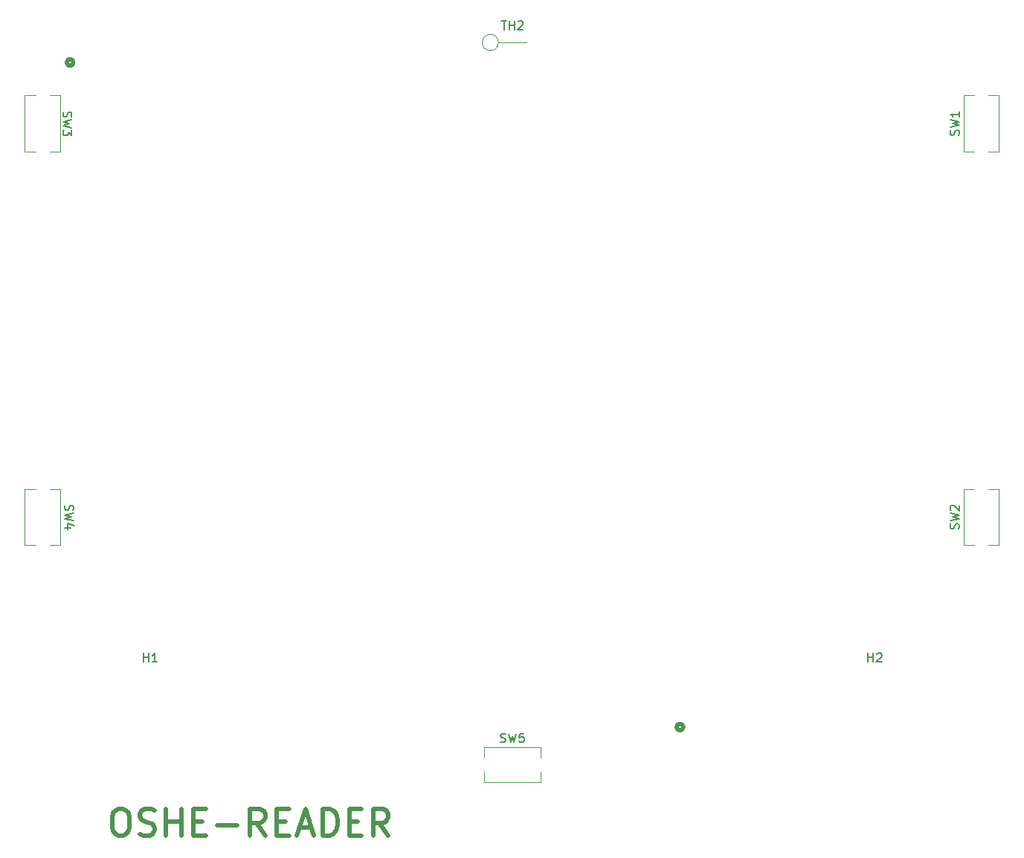
<source format=gbr>
%TF.GenerationSoftware,KiCad,Pcbnew,9.0.7*%
%TF.CreationDate,2026-02-12T15:19:17-05:00*%
%TF.ProjectId,OSHE-Reader-PCB,4f534845-2d52-4656-9164-65722d504342,rev?*%
%TF.SameCoordinates,Original*%
%TF.FileFunction,Legend,Top*%
%TF.FilePolarity,Positive*%
%FSLAX46Y46*%
G04 Gerber Fmt 4.6, Leading zero omitted, Abs format (unit mm)*
G04 Created by KiCad (PCBNEW 9.0.7) date 2026-02-12 15:19:17*
%MOMM*%
%LPD*%
G01*
G04 APERTURE LIST*
%ADD10C,0.500000*%
%ADD11C,0.150000*%
%ADD12C,0.120000*%
%ADD13C,0.508000*%
G04 APERTURE END LIST*
D10*
X45139661Y-173056857D02*
X45711089Y-173056857D01*
X45711089Y-173056857D02*
X45996804Y-173199714D01*
X45996804Y-173199714D02*
X46282518Y-173485428D01*
X46282518Y-173485428D02*
X46425375Y-174056857D01*
X46425375Y-174056857D02*
X46425375Y-175056857D01*
X46425375Y-175056857D02*
X46282518Y-175628285D01*
X46282518Y-175628285D02*
X45996804Y-175914000D01*
X45996804Y-175914000D02*
X45711089Y-176056857D01*
X45711089Y-176056857D02*
X45139661Y-176056857D01*
X45139661Y-176056857D02*
X44853947Y-175914000D01*
X44853947Y-175914000D02*
X44568232Y-175628285D01*
X44568232Y-175628285D02*
X44425375Y-175056857D01*
X44425375Y-175056857D02*
X44425375Y-174056857D01*
X44425375Y-174056857D02*
X44568232Y-173485428D01*
X44568232Y-173485428D02*
X44853947Y-173199714D01*
X44853947Y-173199714D02*
X45139661Y-173056857D01*
X47568232Y-175914000D02*
X47996804Y-176056857D01*
X47996804Y-176056857D02*
X48711089Y-176056857D01*
X48711089Y-176056857D02*
X48996804Y-175914000D01*
X48996804Y-175914000D02*
X49139661Y-175771142D01*
X49139661Y-175771142D02*
X49282518Y-175485428D01*
X49282518Y-175485428D02*
X49282518Y-175199714D01*
X49282518Y-175199714D02*
X49139661Y-174914000D01*
X49139661Y-174914000D02*
X48996804Y-174771142D01*
X48996804Y-174771142D02*
X48711089Y-174628285D01*
X48711089Y-174628285D02*
X48139661Y-174485428D01*
X48139661Y-174485428D02*
X47853946Y-174342571D01*
X47853946Y-174342571D02*
X47711089Y-174199714D01*
X47711089Y-174199714D02*
X47568232Y-173914000D01*
X47568232Y-173914000D02*
X47568232Y-173628285D01*
X47568232Y-173628285D02*
X47711089Y-173342571D01*
X47711089Y-173342571D02*
X47853946Y-173199714D01*
X47853946Y-173199714D02*
X48139661Y-173056857D01*
X48139661Y-173056857D02*
X48853946Y-173056857D01*
X48853946Y-173056857D02*
X49282518Y-173199714D01*
X50568232Y-176056857D02*
X50568232Y-173056857D01*
X50568232Y-174485428D02*
X52282518Y-174485428D01*
X52282518Y-176056857D02*
X52282518Y-173056857D01*
X53711089Y-174485428D02*
X54711089Y-174485428D01*
X55139661Y-176056857D02*
X53711089Y-176056857D01*
X53711089Y-176056857D02*
X53711089Y-173056857D01*
X53711089Y-173056857D02*
X55139661Y-173056857D01*
X56425375Y-174914000D02*
X58711090Y-174914000D01*
X61853947Y-176056857D02*
X60853947Y-174628285D01*
X60139661Y-176056857D02*
X60139661Y-173056857D01*
X60139661Y-173056857D02*
X61282518Y-173056857D01*
X61282518Y-173056857D02*
X61568233Y-173199714D01*
X61568233Y-173199714D02*
X61711090Y-173342571D01*
X61711090Y-173342571D02*
X61853947Y-173628285D01*
X61853947Y-173628285D02*
X61853947Y-174056857D01*
X61853947Y-174056857D02*
X61711090Y-174342571D01*
X61711090Y-174342571D02*
X61568233Y-174485428D01*
X61568233Y-174485428D02*
X61282518Y-174628285D01*
X61282518Y-174628285D02*
X60139661Y-174628285D01*
X63139661Y-174485428D02*
X64139661Y-174485428D01*
X64568233Y-176056857D02*
X63139661Y-176056857D01*
X63139661Y-176056857D02*
X63139661Y-173056857D01*
X63139661Y-173056857D02*
X64568233Y-173056857D01*
X65711090Y-175199714D02*
X67139662Y-175199714D01*
X65425376Y-176056857D02*
X66425376Y-173056857D01*
X66425376Y-173056857D02*
X67425376Y-176056857D01*
X68425376Y-176056857D02*
X68425376Y-173056857D01*
X68425376Y-173056857D02*
X69139662Y-173056857D01*
X69139662Y-173056857D02*
X69568233Y-173199714D01*
X69568233Y-173199714D02*
X69853948Y-173485428D01*
X69853948Y-173485428D02*
X69996805Y-173771142D01*
X69996805Y-173771142D02*
X70139662Y-174342571D01*
X70139662Y-174342571D02*
X70139662Y-174771142D01*
X70139662Y-174771142D02*
X69996805Y-175342571D01*
X69996805Y-175342571D02*
X69853948Y-175628285D01*
X69853948Y-175628285D02*
X69568233Y-175914000D01*
X69568233Y-175914000D02*
X69139662Y-176056857D01*
X69139662Y-176056857D02*
X68425376Y-176056857D01*
X71425376Y-174485428D02*
X72425376Y-174485428D01*
X72853948Y-176056857D02*
X71425376Y-176056857D01*
X71425376Y-176056857D02*
X71425376Y-173056857D01*
X71425376Y-173056857D02*
X72853948Y-173056857D01*
X75853948Y-176056857D02*
X74853948Y-174628285D01*
X74139662Y-176056857D02*
X74139662Y-173056857D01*
X74139662Y-173056857D02*
X75282519Y-173056857D01*
X75282519Y-173056857D02*
X75568234Y-173199714D01*
X75568234Y-173199714D02*
X75711091Y-173342571D01*
X75711091Y-173342571D02*
X75853948Y-173628285D01*
X75853948Y-173628285D02*
X75853948Y-174056857D01*
X75853948Y-174056857D02*
X75711091Y-174342571D01*
X75711091Y-174342571D02*
X75568234Y-174485428D01*
X75568234Y-174485428D02*
X75282519Y-174628285D01*
X75282519Y-174628285D02*
X74139662Y-174628285D01*
D11*
X130488095Y-156304819D02*
X130488095Y-155304819D01*
X130488095Y-155781009D02*
X131059523Y-155781009D01*
X131059523Y-156304819D02*
X131059523Y-155304819D01*
X131488095Y-155400057D02*
X131535714Y-155352438D01*
X131535714Y-155352438D02*
X131630952Y-155304819D01*
X131630952Y-155304819D02*
X131869047Y-155304819D01*
X131869047Y-155304819D02*
X131964285Y-155352438D01*
X131964285Y-155352438D02*
X132011904Y-155400057D01*
X132011904Y-155400057D02*
X132059523Y-155495295D01*
X132059523Y-155495295D02*
X132059523Y-155590533D01*
X132059523Y-155590533D02*
X132011904Y-155733390D01*
X132011904Y-155733390D02*
X131440476Y-156304819D01*
X131440476Y-156304819D02*
X132059523Y-156304819D01*
X140807331Y-141134032D02*
X140854950Y-140991175D01*
X140854950Y-140991175D02*
X140854950Y-140753080D01*
X140854950Y-140753080D02*
X140807331Y-140657842D01*
X140807331Y-140657842D02*
X140759711Y-140610223D01*
X140759711Y-140610223D02*
X140664473Y-140562604D01*
X140664473Y-140562604D02*
X140569235Y-140562604D01*
X140569235Y-140562604D02*
X140473997Y-140610223D01*
X140473997Y-140610223D02*
X140426378Y-140657842D01*
X140426378Y-140657842D02*
X140378759Y-140753080D01*
X140378759Y-140753080D02*
X140331140Y-140943556D01*
X140331140Y-140943556D02*
X140283521Y-141038794D01*
X140283521Y-141038794D02*
X140235902Y-141086413D01*
X140235902Y-141086413D02*
X140140664Y-141134032D01*
X140140664Y-141134032D02*
X140045426Y-141134032D01*
X140045426Y-141134032D02*
X139950188Y-141086413D01*
X139950188Y-141086413D02*
X139902569Y-141038794D01*
X139902569Y-141038794D02*
X139854950Y-140943556D01*
X139854950Y-140943556D02*
X139854950Y-140705461D01*
X139854950Y-140705461D02*
X139902569Y-140562604D01*
X139854950Y-140229270D02*
X140854950Y-139991175D01*
X140854950Y-139991175D02*
X140140664Y-139800699D01*
X140140664Y-139800699D02*
X140854950Y-139610223D01*
X140854950Y-139610223D02*
X139854950Y-139372128D01*
X139950188Y-139038794D02*
X139902569Y-138991175D01*
X139902569Y-138991175D02*
X139854950Y-138895937D01*
X139854950Y-138895937D02*
X139854950Y-138657842D01*
X139854950Y-138657842D02*
X139902569Y-138562604D01*
X139902569Y-138562604D02*
X139950188Y-138514985D01*
X139950188Y-138514985D02*
X140045426Y-138467366D01*
X140045426Y-138467366D02*
X140140664Y-138467366D01*
X140140664Y-138467366D02*
X140283521Y-138514985D01*
X140283521Y-138514985D02*
X140854950Y-139086413D01*
X140854950Y-139086413D02*
X140854950Y-138467366D01*
X88666667Y-165407200D02*
X88809524Y-165454819D01*
X88809524Y-165454819D02*
X89047619Y-165454819D01*
X89047619Y-165454819D02*
X89142857Y-165407200D01*
X89142857Y-165407200D02*
X89190476Y-165359580D01*
X89190476Y-165359580D02*
X89238095Y-165264342D01*
X89238095Y-165264342D02*
X89238095Y-165169104D01*
X89238095Y-165169104D02*
X89190476Y-165073866D01*
X89190476Y-165073866D02*
X89142857Y-165026247D01*
X89142857Y-165026247D02*
X89047619Y-164978628D01*
X89047619Y-164978628D02*
X88857143Y-164931009D01*
X88857143Y-164931009D02*
X88761905Y-164883390D01*
X88761905Y-164883390D02*
X88714286Y-164835771D01*
X88714286Y-164835771D02*
X88666667Y-164740533D01*
X88666667Y-164740533D02*
X88666667Y-164645295D01*
X88666667Y-164645295D02*
X88714286Y-164550057D01*
X88714286Y-164550057D02*
X88761905Y-164502438D01*
X88761905Y-164502438D02*
X88857143Y-164454819D01*
X88857143Y-164454819D02*
X89095238Y-164454819D01*
X89095238Y-164454819D02*
X89238095Y-164502438D01*
X89571429Y-164454819D02*
X89809524Y-165454819D01*
X89809524Y-165454819D02*
X90000000Y-164740533D01*
X90000000Y-164740533D02*
X90190476Y-165454819D01*
X90190476Y-165454819D02*
X90428572Y-164454819D01*
X91285714Y-164454819D02*
X90809524Y-164454819D01*
X90809524Y-164454819D02*
X90761905Y-164931009D01*
X90761905Y-164931009D02*
X90809524Y-164883390D01*
X90809524Y-164883390D02*
X90904762Y-164835771D01*
X90904762Y-164835771D02*
X91142857Y-164835771D01*
X91142857Y-164835771D02*
X91238095Y-164883390D01*
X91238095Y-164883390D02*
X91285714Y-164931009D01*
X91285714Y-164931009D02*
X91333333Y-165026247D01*
X91333333Y-165026247D02*
X91333333Y-165264342D01*
X91333333Y-165264342D02*
X91285714Y-165359580D01*
X91285714Y-165359580D02*
X91238095Y-165407200D01*
X91238095Y-165407200D02*
X91142857Y-165454819D01*
X91142857Y-165454819D02*
X90904762Y-165454819D01*
X90904762Y-165454819D02*
X90809524Y-165407200D01*
X90809524Y-165407200D02*
X90761905Y-165359580D01*
X88744286Y-83310619D02*
X89315714Y-83310619D01*
X89030000Y-84310619D02*
X89030000Y-83310619D01*
X89649048Y-84310619D02*
X89649048Y-83310619D01*
X89649048Y-83786809D02*
X90220476Y-83786809D01*
X90220476Y-84310619D02*
X90220476Y-83310619D01*
X90649048Y-83405857D02*
X90696667Y-83358238D01*
X90696667Y-83358238D02*
X90791905Y-83310619D01*
X90791905Y-83310619D02*
X91030000Y-83310619D01*
X91030000Y-83310619D02*
X91125238Y-83358238D01*
X91125238Y-83358238D02*
X91172857Y-83405857D01*
X91172857Y-83405857D02*
X91220476Y-83501095D01*
X91220476Y-83501095D02*
X91220476Y-83596333D01*
X91220476Y-83596333D02*
X91172857Y-83739190D01*
X91172857Y-83739190D02*
X90601429Y-84310619D01*
X90601429Y-84310619D02*
X91220476Y-84310619D01*
X38867800Y-93691667D02*
X38820180Y-93834524D01*
X38820180Y-93834524D02*
X38820180Y-94072619D01*
X38820180Y-94072619D02*
X38867800Y-94167857D01*
X38867800Y-94167857D02*
X38915419Y-94215476D01*
X38915419Y-94215476D02*
X39010657Y-94263095D01*
X39010657Y-94263095D02*
X39105895Y-94263095D01*
X39105895Y-94263095D02*
X39201133Y-94215476D01*
X39201133Y-94215476D02*
X39248752Y-94167857D01*
X39248752Y-94167857D02*
X39296371Y-94072619D01*
X39296371Y-94072619D02*
X39343990Y-93882143D01*
X39343990Y-93882143D02*
X39391609Y-93786905D01*
X39391609Y-93786905D02*
X39439228Y-93739286D01*
X39439228Y-93739286D02*
X39534466Y-93691667D01*
X39534466Y-93691667D02*
X39629704Y-93691667D01*
X39629704Y-93691667D02*
X39724942Y-93739286D01*
X39724942Y-93739286D02*
X39772561Y-93786905D01*
X39772561Y-93786905D02*
X39820180Y-93882143D01*
X39820180Y-93882143D02*
X39820180Y-94120238D01*
X39820180Y-94120238D02*
X39772561Y-94263095D01*
X39820180Y-94596429D02*
X38820180Y-94834524D01*
X38820180Y-94834524D02*
X39534466Y-95025000D01*
X39534466Y-95025000D02*
X38820180Y-95215476D01*
X38820180Y-95215476D02*
X39820180Y-95453572D01*
X39820180Y-95739286D02*
X39820180Y-96358333D01*
X39820180Y-96358333D02*
X39439228Y-96025000D01*
X39439228Y-96025000D02*
X39439228Y-96167857D01*
X39439228Y-96167857D02*
X39391609Y-96263095D01*
X39391609Y-96263095D02*
X39343990Y-96310714D01*
X39343990Y-96310714D02*
X39248752Y-96358333D01*
X39248752Y-96358333D02*
X39010657Y-96358333D01*
X39010657Y-96358333D02*
X38915419Y-96310714D01*
X38915419Y-96310714D02*
X38867800Y-96263095D01*
X38867800Y-96263095D02*
X38820180Y-96167857D01*
X38820180Y-96167857D02*
X38820180Y-95882143D01*
X38820180Y-95882143D02*
X38867800Y-95786905D01*
X38867800Y-95786905D02*
X38915419Y-95739286D01*
X140807200Y-96333333D02*
X140854819Y-96190476D01*
X140854819Y-96190476D02*
X140854819Y-95952381D01*
X140854819Y-95952381D02*
X140807200Y-95857143D01*
X140807200Y-95857143D02*
X140759580Y-95809524D01*
X140759580Y-95809524D02*
X140664342Y-95761905D01*
X140664342Y-95761905D02*
X140569104Y-95761905D01*
X140569104Y-95761905D02*
X140473866Y-95809524D01*
X140473866Y-95809524D02*
X140426247Y-95857143D01*
X140426247Y-95857143D02*
X140378628Y-95952381D01*
X140378628Y-95952381D02*
X140331009Y-96142857D01*
X140331009Y-96142857D02*
X140283390Y-96238095D01*
X140283390Y-96238095D02*
X140235771Y-96285714D01*
X140235771Y-96285714D02*
X140140533Y-96333333D01*
X140140533Y-96333333D02*
X140045295Y-96333333D01*
X140045295Y-96333333D02*
X139950057Y-96285714D01*
X139950057Y-96285714D02*
X139902438Y-96238095D01*
X139902438Y-96238095D02*
X139854819Y-96142857D01*
X139854819Y-96142857D02*
X139854819Y-95904762D01*
X139854819Y-95904762D02*
X139902438Y-95761905D01*
X139854819Y-95428571D02*
X140854819Y-95190476D01*
X140854819Y-95190476D02*
X140140533Y-95000000D01*
X140140533Y-95000000D02*
X140854819Y-94809524D01*
X140854819Y-94809524D02*
X139854819Y-94571429D01*
X140854819Y-93666667D02*
X140854819Y-94238095D01*
X140854819Y-93952381D02*
X139854819Y-93952381D01*
X139854819Y-93952381D02*
X139997676Y-94047619D01*
X139997676Y-94047619D02*
X140092914Y-94142857D01*
X140092914Y-94142857D02*
X140140533Y-94238095D01*
X39092800Y-138467369D02*
X39045180Y-138610226D01*
X39045180Y-138610226D02*
X39045180Y-138848321D01*
X39045180Y-138848321D02*
X39092800Y-138943559D01*
X39092800Y-138943559D02*
X39140419Y-138991178D01*
X39140419Y-138991178D02*
X39235657Y-139038797D01*
X39235657Y-139038797D02*
X39330895Y-139038797D01*
X39330895Y-139038797D02*
X39426133Y-138991178D01*
X39426133Y-138991178D02*
X39473752Y-138943559D01*
X39473752Y-138943559D02*
X39521371Y-138848321D01*
X39521371Y-138848321D02*
X39568990Y-138657845D01*
X39568990Y-138657845D02*
X39616609Y-138562607D01*
X39616609Y-138562607D02*
X39664228Y-138514988D01*
X39664228Y-138514988D02*
X39759466Y-138467369D01*
X39759466Y-138467369D02*
X39854704Y-138467369D01*
X39854704Y-138467369D02*
X39949942Y-138514988D01*
X39949942Y-138514988D02*
X39997561Y-138562607D01*
X39997561Y-138562607D02*
X40045180Y-138657845D01*
X40045180Y-138657845D02*
X40045180Y-138895940D01*
X40045180Y-138895940D02*
X39997561Y-139038797D01*
X40045180Y-139372131D02*
X39045180Y-139610226D01*
X39045180Y-139610226D02*
X39759466Y-139800702D01*
X39759466Y-139800702D02*
X39045180Y-139991178D01*
X39045180Y-139991178D02*
X40045180Y-140229274D01*
X39711847Y-141038797D02*
X39045180Y-141038797D01*
X40092800Y-140800702D02*
X39378514Y-140562607D01*
X39378514Y-140562607D02*
X39378514Y-141181654D01*
X47988095Y-156304819D02*
X47988095Y-155304819D01*
X47988095Y-155781009D02*
X48559523Y-155781009D01*
X48559523Y-156304819D02*
X48559523Y-155304819D01*
X49559523Y-156304819D02*
X48988095Y-156304819D01*
X49273809Y-156304819D02*
X49273809Y-155304819D01*
X49273809Y-155304819D02*
X49178571Y-155447676D01*
X49178571Y-155447676D02*
X49083333Y-155542914D01*
X49083333Y-155542914D02*
X48988095Y-155590533D01*
D12*
%TO.C,SW2*%
X141400131Y-136600700D02*
X141400131Y-143000700D01*
X141400131Y-143000700D02*
X142600131Y-143000700D01*
X142600131Y-136600700D02*
X141400131Y-136600700D01*
X144200131Y-143000700D02*
X145400131Y-143000700D01*
X145400131Y-136600700D02*
X144200131Y-136600700D01*
X145400131Y-143000700D02*
X145400131Y-136600700D01*
%TO.C,SW5*%
X86800000Y-166000000D02*
X86800000Y-167200000D01*
X86800000Y-168800000D02*
X86800000Y-170000000D01*
X86800000Y-170000000D02*
X93200000Y-170000000D01*
X93200000Y-166000000D02*
X86800000Y-166000000D01*
X93200000Y-167200000D02*
X93200000Y-166000000D01*
X93200000Y-170000000D02*
X93200000Y-168800000D01*
%TO.C,TH2*%
X88410000Y-85775800D02*
X91570000Y-85775800D01*
X88410000Y-85775800D02*
G75*
G02*
X86570000Y-85775800I-920000J0D01*
G01*
X86570000Y-85775800D02*
G75*
G02*
X88410000Y-85775800I920000J0D01*
G01*
%TO.C,SW3*%
X34500000Y-91800001D02*
X34500000Y-98200001D01*
X34500000Y-98200001D02*
X35700000Y-98200001D01*
X35700000Y-91800001D02*
X34500000Y-91800001D01*
X37300000Y-98200001D02*
X38500000Y-98200001D01*
X38500000Y-91800001D02*
X37300000Y-91800001D01*
X38500000Y-98200001D02*
X38500000Y-91800001D01*
%TO.C,SW1*%
X141400000Y-91800001D02*
X141400000Y-98200001D01*
X141400000Y-98200001D02*
X142600000Y-98200001D01*
X142600000Y-91800001D02*
X141400000Y-91800001D01*
X144200000Y-98200001D02*
X145400000Y-98200001D01*
X145400000Y-91800001D02*
X144200000Y-91800001D01*
X145400000Y-98200001D02*
X145400000Y-91800001D01*
%TO.C,SW4*%
X34500000Y-136600702D02*
X34500000Y-143000702D01*
X34500000Y-143000702D02*
X35700000Y-143000702D01*
X35700000Y-136600702D02*
X34500000Y-136600702D01*
X37300000Y-143000702D02*
X38500000Y-143000702D01*
X38500000Y-136600702D02*
X37300000Y-136600702D01*
X38500000Y-143000702D02*
X38500000Y-136600702D01*
D13*
%TO.C,J4*%
X40016000Y-88040000D02*
G75*
G02*
X39254000Y-88040000I-381000J0D01*
G01*
X39254000Y-88040000D02*
G75*
G02*
X40016000Y-88040000I381000J0D01*
G01*
%TO.C,J2*%
X109455100Y-163730000D02*
G75*
G02*
X108693100Y-163730000I-381000J0D01*
G01*
X108693100Y-163730000D02*
G75*
G02*
X109455100Y-163730000I381000J0D01*
G01*
%TD*%
M02*

</source>
